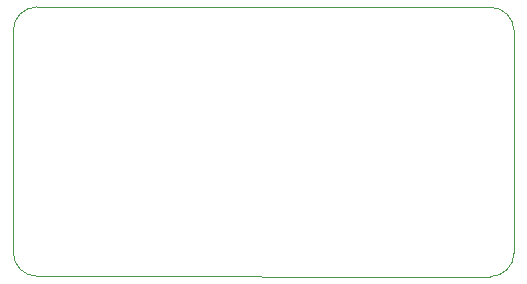
<source format=gbr>
%TF.GenerationSoftware,KiCad,Pcbnew,(7.0.0-0)*%
%TF.CreationDate,2024-02-02T16:24:01+09:00*%
%TF.ProjectId,A2Dead-Test-Switcher_V1.2_OS.kicad_X8_pcb,41324465-6164-42d5-9465-73742d537769,rev?*%
%TF.SameCoordinates,Original*%
%TF.FileFunction,Profile,NP*%
%FSLAX46Y46*%
G04 Gerber Fmt 4.6, Leading zero omitted, Abs format (unit mm)*
G04 Created by KiCad (PCBNEW (7.0.0-0)) date 2024-02-02 16:24:01*
%MOMM*%
%LPD*%
G01*
G04 APERTURE LIST*
%TA.AperFunction,Profile*%
%ADD10C,0.100000*%
%TD*%
%TA.AperFunction,Profile*%
%ADD11C,0.050000*%
%TD*%
G04 APERTURE END LIST*
D10*
X103054700Y-138844500D02*
X141407700Y-138869500D01*
D11*
X143437700Y-118086500D02*
X143439700Y-136837500D01*
D10*
X101022700Y-136812500D02*
G75*
G03*
X103054700Y-138844500I2032000J0D01*
G01*
X101022700Y-130391500D02*
X101020700Y-118061500D01*
X143437700Y-118086500D02*
G75*
G03*
X141405700Y-116054500I-2032000J0D01*
G01*
X103052700Y-116029500D02*
G75*
G03*
X101020700Y-118061500I0J-2032000D01*
G01*
D11*
X103052700Y-116029500D02*
X141405700Y-116054500D01*
D10*
X141407700Y-138869500D02*
G75*
G03*
X143439700Y-136837500I0J2032000D01*
G01*
X101022700Y-130391500D02*
X101022700Y-136812500D01*
M02*

</source>
